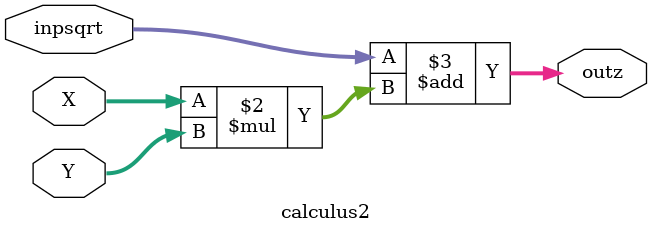
<source format=v>

`timescale 1ns / 1ps

module calculus2(
    input [31:0] X,
    input [31:0] Y,
    input [23:0] inpsqrt,
    output reg [31:0] outz 

    );

    always@(*) begin
        outz = (inpsqrt + (X*Y));
    end
endmodule
</source>
